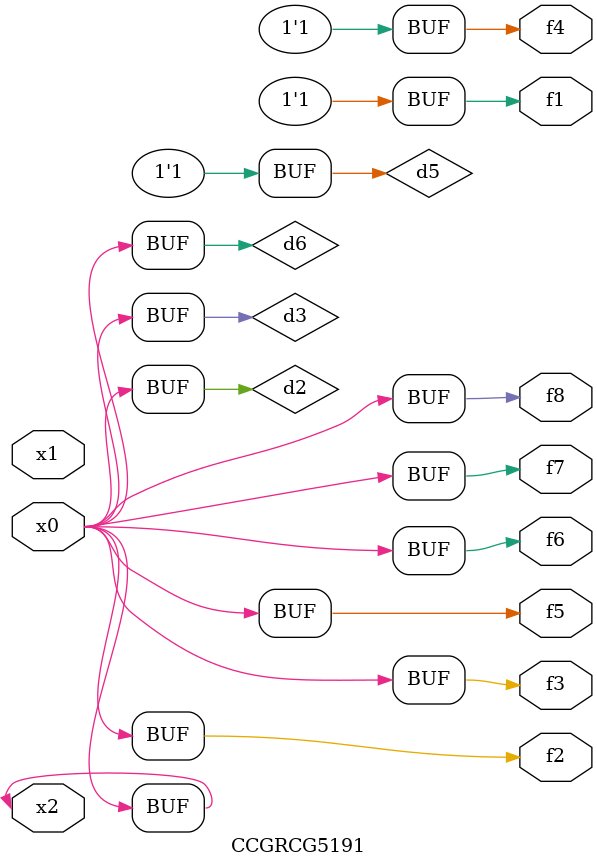
<source format=v>
module CCGRCG5191(
	input x0, x1, x2,
	output f1, f2, f3, f4, f5, f6, f7, f8
);

	wire d1, d2, d3, d4, d5, d6;

	xnor (d1, x2);
	buf (d2, x0, x2);
	and (d3, x0);
	xnor (d4, x1, x2);
	nand (d5, d1, d3);
	buf (d6, d2, d3);
	assign f1 = d5;
	assign f2 = d6;
	assign f3 = d6;
	assign f4 = d5;
	assign f5 = d6;
	assign f6 = d6;
	assign f7 = d6;
	assign f8 = d6;
endmodule

</source>
